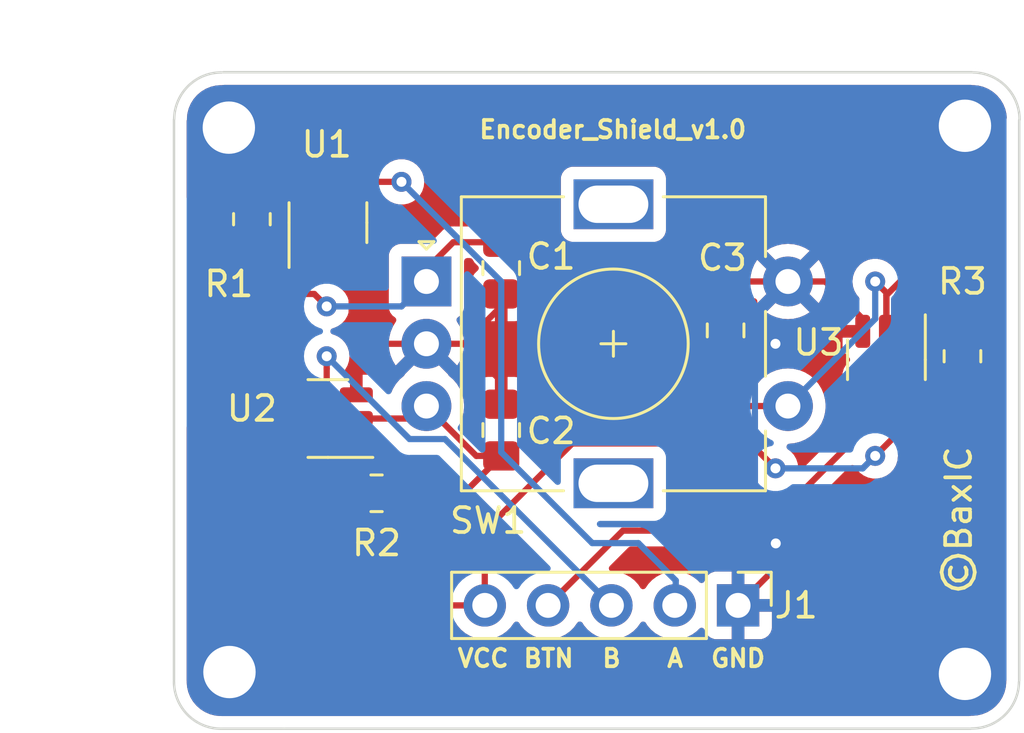
<source format=kicad_pcb>
(kicad_pcb (version 20211014) (generator pcbnew)
  (layers (0 "F.Cu" signal) (31 "B.Cu" signal) (34 "B.Paste" user) (35 "F.Paste" user) (36 "B.SilkS" user "B.Silkscreen") (37 "F.SilkS" user "F.Silkscreen") (38 "B.Mask" user) (39 "F.Mask" user) (44 "Edge.Cuts" user))
  (net 0 "")
  (net 1 "Net-(C1-Pad1)")
  (net 2 "GND")
  (net 3 "Net-(C2-Pad1)")
  (net 4 "Net-(C3-Pad1)")
  (net 5 "Net-(J1-Pad2)")
  (net 6 "Net-(J1-Pad3)")
  (net 7 "Net-(J1-Pad4)")
  (net 8 "VCC")
  (footprint "MountingHole:MountingHole_2.1mm" (layer "F.Cu") (at 156.725 90.25)
    (fp_text reference "REF**" hide)
    (fp_text value "MountingHole_2.1mm" hide)
    (pad "" np_thru_hole circle (at 0 0) (size 2.1 2.1) (drill 2.1) (layers *.Cu *.Mask))
  )
  (footprint "Resistor_SMD:R_0805_2012Metric_Pad1.20x1.40mm_HandSolder" (layer "F.Cu") (at 128.125 94 -90)
    (fp_text reference "R1" (at 2.6 0.925 180) (layer "F.SilkS"))
    (fp_text value "R_US" hide)
    (fp_line (start -0.227064 0.735) (end 0.227064 0.735) (layer "F.SilkS") (width 0.12))
    (fp_line (start -0.227064 -0.735) (end 0.227064 -0.735) (layer "F.SilkS") (width 0.12))
    (pad "1" smd roundrect (at -1 0 270) (size 1.2 1.4) (layers "F.Cu" "F.Paste" "F.Mask") (roundrect_rratio 0.208333) (net 8 "VCC"))
    (pad "2" smd roundrect (at 1 0 270) (size 1.2 1.4) (layers "F.Cu" "F.Paste" "F.Mask") (roundrect_rratio 0.208333) (net 1 "Net-(C1-Pad1)"))
  )
  (footprint "Capacitor_SMD:C_0805_2012Metric_Pad1.18x1.45mm_HandSolder" (layer "F.Cu") (at 147.125 98.4625 90)
    (fp_text reference "C3" (at 2.9125 -0.125 180) (layer "F.SilkS"))
    (fp_text value "C" hide)
    (fp_line (start -0.261252 0.735) (end 0.261252 0.735) (layer "F.SilkS") (width 0.12))
    (fp_line (start -0.261252 -0.735) (end 0.261252 -0.735) (layer "F.SilkS") (width 0.12))
    (pad "1" smd roundrect (at -1.0375 0 90) (size 1.175 1.45) (layers "F.Cu" "F.Paste" "F.Mask") (roundrect_rratio 0.212766) (net 4 "Net-(C3-Pad1)"))
    (pad "2" smd roundrect (at 1.0375 0 90) (size 1.175 1.45) (layers "F.Cu" "F.Paste" "F.Mask") (roundrect_rratio 0.212766) (net 2 "GND"))
  )
  (footprint "Resistor_SMD:R_0805_2012Metric_Pad1.20x1.40mm_HandSolder" (layer "F.Cu") (at 156.625 99.5 90)
    (fp_text reference "R3" (at 3 0) (layer "F.SilkS"))
    (fp_text value "R_US" hide)
    (fp_line (start -0.227064 0.735) (end 0.227064 0.735) (layer "F.SilkS") (width 0.12))
    (fp_line (start -0.227064 -0.735) (end 0.227064 -0.735) (layer "F.SilkS") (width 0.12))
    (pad "1" smd roundrect (at -1 0 90) (size 1.2 1.4) (layers "F.Cu" "F.Paste" "F.Mask") (roundrect_rratio 0.208333) (net 8 "VCC"))
    (pad "2" smd roundrect (at 1 0 90) (size 1.2 1.4) (layers "F.Cu" "F.Paste" "F.Mask") (roundrect_rratio 0.208333) (net 4 "Net-(C3-Pad1)"))
  )
  (footprint "Capacitor_SMD:C_0805_2012Metric_Pad1.18x1.45mm_HandSolder" (layer "F.Cu") (at 138.125 102.4625 90)
    (fp_text reference "C2" (at -0.0375 2 180) (layer "F.SilkS"))
    (fp_text value "C" hide)
    (fp_line (start -0.261252 -0.735) (end 0.261252 -0.735) (layer "F.SilkS") (width 0.12))
    (fp_line (start -0.261252 0.735) (end 0.261252 0.735) (layer "F.SilkS") (width 0.12))
    (pad "1" smd roundrect (at -1.0375 0 90) (size 1.175 1.45) (layers "F.Cu" "F.Paste" "F.Mask") (roundrect_rratio 0.212766) (net 3 "Net-(C2-Pad1)"))
    (pad "2" smd roundrect (at 1.0375 0 90) (size 1.175 1.45) (layers "F.Cu" "F.Paste" "F.Mask") (roundrect_rratio 0.212766) (net 2 "GND"))
  )
  (footprint "MountingHole:MountingHole_2.1mm" (layer "F.Cu") (at 127.225 112.175)
    (fp_text reference "REF**" hide)
    (fp_text value "MountingHole_2.1mm" hide)
    (pad "" np_thru_hole circle (at 0 0) (size 2.1 2.1) (drill 2.1) (layers *.Cu *.Mask))
  )
  (footprint "Capacitor_SMD:C_0805_2012Metric_Pad1.18x1.45mm_HandSolder" (layer "F.Cu") (at 138.125 95.9625 -90)
    (fp_text reference "C1" (at -0.4625 -2 180) (layer "F.SilkS"))
    (fp_text value "C" hide)
    (fp_line (start -0.261252 -0.735) (end 0.261252 -0.735) (layer "F.SilkS") (width 0.12))
    (fp_line (start -0.261252 0.735) (end 0.261252 0.735) (layer "F.SilkS") (width 0.12))
    (pad "1" smd roundrect (at -1.0375 0 270) (size 1.175 1.45) (layers "F.Cu" "F.Paste" "F.Mask") (roundrect_rratio 0.212766) (net 1 "Net-(C1-Pad1)"))
    (pad "2" smd roundrect (at 1.0375 0 270) (size 1.175 1.45) (layers "F.Cu" "F.Paste" "F.Mask") (roundrect_rratio 0.212766) (net 2 "GND"))
  )
  (footprint "Rotary_Encoder:RotaryEncoder_Alps_EC11E-Switch_Vertical_H20mm" (layer "F.Cu") (at 135.125 96.5)
    (fp_text reference "SW1" (at 2.475 9.6) (layer "F.SilkS"))
    (fp_text value "RotaryEncoder_Switch" hide)
    (fp_line (start 7.5 2) (end 7.5 3) (layer "F.SilkS") (width 0.12))
    (fp_line (start 0 -1.3) (end -0.3 -1.6) (layer "F.SilkS") (width 0.12))
    (fp_line (start 13.6 6) (end 13.6 8.4) (layer "F.SilkS") (width 0.12))
    (fp_line (start 0.3 -1.6) (end 0 -1.3) (layer "F.SilkS") (width 0.12))
    (fp_line (start 13.6 8.4) (end 9.5 8.4) (layer "F.SilkS") (width 0.12))
    (fp_line (start 9.5 -3.4) (end 13.6 -3.4) (layer "F.SilkS") (width 0.12))
    (fp_line (start 13.6 1.2) (end 13.6 3.8) (layer "F.SilkS") (width 0.12))
    (fp_line (start 5.5 -3.4) (end 1.4 -3.4) (layer "F.SilkS") (width 0.12))
    (fp_line (start 13.6 -3.4) (end 13.6 -1) (layer "F.SilkS") (width 0.12))
    (fp_line (start -0.3 -1.6) (end 0.3 -1.6) (layer "F.SilkS") (width 0.12))
    (fp_line (start 1.4 -3.4) (end 1.4 8.4) (layer "F.SilkS") (width 0.12))
    (fp_line (start 7 2.5) (end 8 2.5) (layer "F.SilkS") (width 0.12))
    (fp_line (start 5.5 8.4) (end 1.4 8.4) (layer "F.SilkS") (width 0.12))
    (fp_circle (center 7.5 2.5) (end 10.5 2.5) (layer "F.SilkS") (width 0.12) (fill none))
    (pad "A" thru_hole rect (at 0 0) (size 2 2) (drill 1) (layers *.Cu *.Mask) (net 1 "Net-(C1-Pad1)"))
    (pad "B" thru_hole circle (at 0 5) (size 2 2) (drill 1) (layers *.Cu *.Mask) (net 3 "Net-(C2-Pad1)"))
    (pad "C" thru_hole circle (at 0 2.5) (size 2 2) (drill 1) (layers *.Cu *.Mask) (net 2 "GND"))
    (pad "MP" thru_hole rect (at 7.5 8.1) (size 3.2 2) (drill oval 2.8 1.5) (layers *.Cu *.Mask))
    (pad "MP" thru_hole rect (at 7.5 -3.1) (size 3.2 2) (drill oval 2.8 1.5) (layers *.Cu *.Mask))
    (pad "S1" thru_hole circle (at 14.5 5) (size 2 2) (drill 1) (layers *.Cu *.Mask) (net 4 "Net-(C3-Pad1)"))
    (pad "S2" thru_hole circle (at 14.5 0) (size 2 2) (drill 1) (layers *.Cu *.Mask) (net 2 "GND"))
  )
  (footprint "Package_TO_SOT_SMD:SOT-23-5" (layer "F.Cu") (at 131.175 94.1375 90)
    (fp_text reference "U1" (at 3.1375 -0.05) (layer "F.SilkS"))
    (fp_text value "SN74LVC1G14DBV" hide)
    (fp_line (start 0 -1.56) (end 0.8 -1.56) (layer "F.SilkS") (width 0.12))
    (fp_line (start 0 1.56) (end -0.8 1.56) (layer "F.SilkS") (width 0.12))
    (fp_line (start 0 -1.56) (end -1.8 -1.56) (layer "F.SilkS") (width 0.12))
    (fp_line (start 0 1.56) (end 0.8 1.56) (layer "F.SilkS") (width 0.12))
    (pad "1" smd roundrect (at -1.1375 -0.95 90) (size 1.325 0.6) (layers "F.Cu" "F.Paste" "F.Mask"))
    (pad "2" smd roundrect (at -1.1375 0 90) (size 1.325 0.6) (layers "F.Cu" "F.Paste" "F.Mask") (net 1 "Net-(C1-Pad1)"))
    (pad "3" smd roundrect (at -1.1375 0.95 90) (size 1.325 0.6) (layers "F.Cu" "F.Paste" "F.Mask") (net 2 "GND"))
    (pad "4" smd roundrect (at 1.1375 0.95 90) (size 1.325 0.6) (layers "F.Cu" "F.Paste" "F.Mask") (net 5 "Net-(J1-Pad2)"))
    (pad "5" smd roundrect (at 1.1375 -0.95 90) (size 1.325 0.6) (layers "F.Cu" "F.Paste" "F.Mask") (net 8 "VCC"))
  )
  (footprint "Package_TO_SOT_SMD:SOT-23-5" (layer "F.Cu") (at 131.175 102 180)
    (fp_text reference "U2" (at 3.05 0.4 180) (layer "F.SilkS"))
    (fp_text value "SN74LVC1G14DBV" hide)
    (fp_line (start 0 -1.56) (end 0.8 -1.56) (layer "F.SilkS") (width 0.12))
    (fp_line (start 0 1.56) (end -0.8 1.56) (layer "F.SilkS") (width 0.12))
    (fp_line (start 0 -1.56) (end -1.8 -1.56) (layer "F.SilkS") (width 0.12))
    (fp_line (start 0 1.56) (end 0.8 1.56) (layer "F.SilkS") (width 0.12))
    (pad "1" smd roundrect (at -1.1375 -0.95 180) (size 1.325 0.6) (layers "F.Cu" "F.Paste" "F.Mask"))
    (pad "2" smd roundrect (at -1.1375 0 180) (size 1.325 0.6) (layers "F.Cu" "F.Paste" "F.Mask") (net 3 "Net-(C2-Pad1)"))
    (pad "3" smd roundrect (at -1.1375 0.95 180) (size 1.325 0.6) (layers "F.Cu" "F.Paste" "F.Mask") (net 2 "GND"))
    (pad "4" smd roundrect (at 1.1375 0.95 180) (size 1.325 0.6) (layers "F.Cu" "F.Paste" "F.Mask") (net 6 "Net-(J1-Pad3)"))
    (pad "5" smd roundrect (at 1.1375 -0.95 180) (size 1.325 0.6) (layers "F.Cu" "F.Paste" "F.Mask") (net 8 "VCC"))
  )
  (footprint "MountingHole:MountingHole_2.1mm" (layer "F.Cu") (at 127.2 90.325)
    (fp_text reference "REF**" hide)
    (fp_text value "MountingHole_2.1mm")
    (pad "" np_thru_hole circle (at 0 0) (size 2.1 2.1) (drill 2.1) (layers *.Cu *.Mask))
  )
  (footprint "Package_TO_SOT_SMD:SOT-23-5" (layer "F.Cu") (at 153.575 99.6375 -90)
    (fp_text reference "U3" (at -0.6875 2.725) (layer "F.SilkS"))
    (fp_text value "SN74LVC1G14DBV" hide)
    (fp_line (start 0 -1.56) (end 0.8 -1.56) (layer "F.SilkS") (width 0.12))
    (fp_line (start 0 1.56) (end -0.8 1.56) (layer "F.SilkS") (width 0.12))
    (fp_line (start 0 -1.56) (end -1.8 -1.56) (layer "F.SilkS") (width 0.12))
    (fp_line (start 0 1.56) (end 0.8 1.56) (layer "F.SilkS") (width 0.12))
    (pad "1" smd roundrect (at -1.1375 -0.95 270) (size 1.325 0.6) (layers "F.Cu" "F.Paste" "F.Mask"))
    (pad "2" smd roundrect (at -1.1375 0 270) (size 1.325 0.6) (layers "F.Cu" "F.Paste" "F.Mask") (net 4 "Net-(C3-Pad1)"))
    (pad "3" smd roundrect (at -1.1375 0.95 270) (size 1.325 0.6) (layers "F.Cu" "F.Paste" "F.Mask") (net 2 "GND"))
    (pad "4" smd roundrect (at 1.1375 0.95 270) (size 1.325 0.6) (layers "F.Cu" "F.Paste" "F.Mask") (net 7 "Net-(J1-Pad4)"))
    (pad "5" smd roundrect (at 1.1375 -0.95 270) (size 1.325 0.6) (layers "F.Cu" "F.Paste" "F.Mask") (net 8 "VCC"))
  )
  (footprint "MountingHole:MountingHole_2.1mm" (layer "F.Cu") (at 156.725 112.25 90)
    (fp_text reference "REF**" hide)
    (fp_text value "MountingHole_2.1mm" hide)
    (pad "" np_thru_hole circle (at 0 0 90) (size 2.1 2.1) (drill 2.1) (layers *.Cu *.Mask))
  )
  (footprint "Connector_PinHeader_2.54mm:PinHeader_1x05_P2.54mm_Vertical" (layer "F.Cu") (at 147.625 109.5 -90)
    (fp_text reference "J1" (at 0 -2.33 180) (layer "F.SilkS"))
    (fp_text value "Conn_01x05_Male" hide)
    (fp_line (start -1.33 -1.33) (end 0 -1.33) (layer "F.SilkS") (width 0.12))
    (fp_line (start -1.33 0) (end -1.33 -1.33) (layer "F.SilkS") (width 0.12))
    (fp_line (start -1.33 11.49) (end 1.33 11.49) (layer "F.SilkS") (width 0.12))
    (fp_line (start 1.33 1.27) (end 1.33 11.49) (layer "F.SilkS") (width 0.12))
    (fp_line (start -1.33 1.27) (end -1.33 11.49) (layer "F.SilkS") (width 0.12))
    (fp_line (start -1.33 1.27) (end 1.33 1.27) (layer "F.SilkS") (width 0.12))
    (pad "1" thru_hole rect (at 0 0 270) (size 1.7 1.7) (drill 1) (layers *.Cu *.Mask) (net 2 "GND"))
    (pad "2" thru_hole oval (at 0 2.54 270) (size 1.7 1.7) (drill 1) (layers *.Cu *.Mask) (net 5 "Net-(J1-Pad2)"))
    (pad "3" thru_hole oval (at 0 5.08 270) (size 1.7 1.7) (drill 1) (layers *.Cu *.Mask) (net 6 "Net-(J1-Pad3)"))
    (pad "4" thru_hole oval (at 0 7.62 270) (size 1.7 1.7) (drill 1) (layers *.Cu *.Mask) (net 7 "Net-(J1-Pad4)"))
    (pad "5" thru_hole oval (at 0 10.16 270) (size 1.7 1.7) (drill 1) (layers *.Cu *.Mask) (net 8 "VCC"))
  )
  (footprint "Resistor_SMD:R_0805_2012Metric_Pad1.20x1.40mm_HandSolder" (layer "F.Cu") (at 133.125 105)
    (fp_text reference "R2" (at 0 2) (layer "F.SilkS"))
    (fp_text value "R_US" hide)
    (fp_line (start -0.227064 0.735) (end 0.227064 0.735) (layer "F.SilkS") (width 0.12))
    (fp_line (start -0.227064 -0.735) (end 0.227064 -0.735) (layer "F.SilkS") (width 0.12))
    (pad "1" smd roundrect (at -1 0) (size 1.2 1.4) (layers "F.Cu" "F.Paste" "F.Mask") (roundrect_rratio 0.208333) (net 8 "VCC"))
    (pad "2" smd roundrect (at 1 0) (size 1.2 1.4) (layers "F.Cu" "F.Paste" "F.Mask") (roundrect_rratio 0.208333) (net 3 "Net-(C2-Pad1)"))
  )
  (gr_arc (start 126.863029 114.45) (mid 125.540515 113.883381) (end 125 112.55) (layer "Edge.Cuts") (width 0.1))
  (gr_arc (start 125.008381 89.972514) (mid 125.575 88.65) (end 126.908381 88.109485) (layer "Edge.Cuts") (width 0.1))
  (gr_line (start 129.5 88.1) (end 157 88.1) (layer "Edge.Cuts") (width 0.1))
  (gr_line (start 129.4 114.45) (end 126.9 114.45) (layer "Edge.Cuts") (width 0.1))
  (gr_line (start 158.9 90.025) (end 158.9 112.525) (layer "Edge.Cuts") (width 0.1))
  (gr_line (start 129.45 114.45) (end 156.95 114.45) (layer "Edge.Cuts") (width 0.1))
  (gr_arc (start 158.891619 112.577486) (mid 158.325 113.9) (end 156.991619 114.440515) (layer "Edge.Cuts") (width 0.1))
  (gr_arc (start 157.052486 88.108381) (mid 158.375 88.675) (end 158.915515 90.008381) (layer "Edge.Cuts") (width 0.1))
  (gr_line (start 125 90) (end 125 112.5) (layer "Edge.Cuts") (width 0.1))
  (gr_line (start 129.475 88.1) (end 126.975 88.1) (layer "Edge.Cuts") (width 0.1))
  (gr_text "©BaxIC" (at 156.475 106.075 90) (layer "F.SilkS") (effects (font (size 1 1))))
  (gr_text "Encoder_Shield_v1.0" (at 142.6 90.4) (layer "F.SilkS") (effects (font (size 0.7 0.7))))
  (gr_text "B" (at 142.55 111.625) (layer "F.SilkS") (effects (font (size 0.7 0.7))))
  (gr_text "VCC" (at 137.4 111.625) (layer "F.SilkS") (effects (font (size 0.7 0.7))))
  (gr_text "A" (at 145.1 111.625) (layer "F.SilkS") (effects (font (size 0.7 0.7))))
  (gr_text "GND" (at 147.625 111.625) (layer "F.SilkS") (effects (font (size 0.7 0.7))))
  (gr_text "BTN" (at 140.025 111.625) (layer "F.SilkS") (effects (font (size 0.7 0.7))))
  (segment (start 136.2 94.925) (end 135.125 96) (width 0.25) (layer "F.Cu") (net 1))
  (segment (start 131.175 95.95) (end 131.175 95.275) (width 0.25) (layer "F.Cu") (net 1))
  (segment (start 138.125 94.925) (end 136.2 94.925) (width 0.25) (layer "F.Cu") (net 1))
  (segment (start 128.625 97) (end 130.125 97) (width 0.25) (layer "F.Cu") (net 1))
  (segment (start 130.125 97) (end 130.625 97) (width 0.25) (layer "F.Cu") (net 1))
  (segment (start 130.625 97) (end 131.125 97.5) (width 0.25) (layer "F.Cu") (net 1))
  (segment (start 128.125 95) (end 128.125 96.5) (width 0.25) (layer "F.Cu") (net 1))
  (segment (start 130.125 97) (end 131.175 95.95) (width 0.25) (layer "F.Cu") (net 1))
  (segment (start 135.125 96) (end 135.125 96.5) (width 0.25) (layer "F.Cu") (net 1))
  (segment (start 128.125 96.5) (end 128.625 97) (width 0.25) (layer "F.Cu") (net 1))
  (via (at 131.125 97.5) (size 0.8) (drill 0.4) (layers "F.Cu" "B.Cu") (net 1))
  (segment (start 131.125 97.5) (end 134.125 97.5) (width 0.25) (layer "B.Cu") (net 1))
  (segment (start 134.125 97.5) (end 135.125 96.5) (width 0.25) (layer "B.Cu") (net 1))
  (segment (start 151.125 96.5) (end 152.625 98) (width 0.25) (layer "F.Cu") (net 2))
  (segment (start 132.125 95.275) (end 132.125 98) (width 0.25) (layer "F.Cu") (net 2))
  (segment (start 147.125 97.425) (end 147.55 97.425) (width 0.25) (layer "F.Cu") (net 2))
  (segment (start 136.625 99) (end 135.125 99) (width 0.25) (layer "F.Cu") (net 2))
  (segment (start 147.125 97.425) (end 148.05 96.5) (width 0.25) (layer "F.Cu") (net 2))
  (segment (start 152.625 98) (end 152.625 98.5) (width 0.25) (layer "F.Cu") (net 2))
  (segment (start 147.55 97.425) (end 149.125 99) (width 0.25) (layer "F.Cu") (net 2))
  (segment (start 138.125 101.425) (end 138.125 100.5) (width 0.25) (layer "F.Cu") (net 2))
  (segment (start 132.125 98) (end 133.125 99) (width 0.25) (layer "F.Cu") (net 2))
  (segment (start 132.3125 101.05) (end 132.3125 99.8125) (width 0.25) (layer "F.Cu") (net 2))
  (segment (start 149.137299 107.012299) (end 149.137299 107.987701) (width 0.25) (layer "F.Cu") (net 2))
  (segment (start 148.05 96.5) (end 149.625 96.5) (width 0.25) (layer "F.Cu") (net 2))
  (segment (start 149.137299 107.987701) (end 147.625 109.5) (width 0.25) (layer "F.Cu") (net 2))
  (segment (start 149.625 96.5) (end 151.125 96.5) (width 0.25) (layer "F.Cu") (net 2))
  (segment (start 138.125 97.5) (end 136.625 99) (width 0.25) (layer "F.Cu") (net 2))
  (segment (start 132.3125 99.8125) (end 133.125 99) (width 0.25) (layer "F.Cu") (net 2))
  (segment (start 138.125 100.5) (end 136.625 99) (width 0.25) (layer "F.Cu") (net 2))
  (segment (start 133.125 99) (end 135.125 99) (width 0.25) (layer "F.Cu") (net 2))
  (segment (start 138.125 97) (end 138.125 97.5) (width 0.25) (layer "F.Cu") (net 2))
  (via (at 149.125 99) (size 0.8) (drill 0.4) (layers "F.Cu" "B.Cu") (net 2))
  (via (at 149.137299 107.012299) (size 0.8) (drill 0.4) (layers "F.Cu" "B.Cu") (net 2))
  (segment (start 149.125 107) (end 149.137299 107.012299) (width 0.25) (layer "B.Cu") (net 2))
  (segment (start 148.3 99.825) (end 148.3 106.675) (width 0.25) (layer "B.Cu") (net 2))
  (segment (start 148.3 106.675) (end 148.625 107) (width 0.25) (layer "B.Cu") (net 2))
  (segment (start 149.125 99) (end 148.3 99.825) (width 0.25) (layer "B.Cu") (net 2))
  (segment (start 148.625 107) (end 149.125 107) (width 0.25) (layer "B.Cu") (net 2))
  (segment (start 136.625 105) (end 138.125 103.5) (width 0.25) (layer "F.Cu") (net 3))
  (segment (start 132.3125 102) (end 134.625 102) (width 0.25) (layer "F.Cu") (net 3))
  (segment (start 137.125 103.5) (end 138.125 103.5) (width 0.25) (layer "F.Cu") (net 3))
  (segment (start 134.125 105) (end 136.625 105) (width 0.25) (layer "F.Cu") (net 3))
  (segment (start 134.625 102) (end 135.125 101.5) (width 0.25) (layer "F.Cu") (net 3))
  (segment (start 135.125 101.5) (end 137.125 103.5) (width 0.25) (layer "F.Cu") (net 3))
  (segment (start 155.625 96.5) (end 154.125 96.5) (width 0.25) (layer "F.Cu") (net 4))
  (segment (start 154.125 96.5) (end 153.575 97.05) (width 0.25) (layer "F.Cu") (net 4))
  (segment (start 156.625 97.5) (end 155.625 96.5) (width 0.25) (layer "F.Cu") (net 4))
  (segment (start 147.125 101) (end 147.125 99.5) (width 0.25) (layer "F.Cu") (net 4))
  (segment (start 156.625 98.5) (end 156.625 97.5) (width 0.25) (layer "F.Cu") (net 4))
  (segment (start 153.575 97.05) (end 153.575 98.5) (width 0.25) (layer "F.Cu") (net 4))
  (segment (start 149.625 101.5) (end 147.625 101.5) (width 0.25) (layer "F.Cu") (net 4))
  (segment (start 147.625 101.5) (end 147.125 101) (width 0.25) (layer "F.Cu") (net 4))
  (segment (start 153.575 96.95) (end 153.125 96.5) (width 0.25) (layer "F.Cu") (net 4))
  (segment (start 153.575 98.5) (end 153.575 96.95) (width 0.25) (layer "F.Cu") (net 4))
  (via (at 153.125 96.5) (size 0.8) (drill 0.4) (layers "F.Cu" "B.Cu") (net 4))
  (segment (start 153.125 98) (end 149.625 101.5) (width 0.25) (layer "B.Cu") (net 4))
  (segment (start 153.125 96.5) (end 153.125 98) (width 0.25) (layer "B.Cu") (net 4))
  (segment (start 132.125 93) (end 132.625 92.5) (width 0.25) (layer "F.Cu") (net 5))
  (segment (start 132.625 92.5) (end 134.125 92.5) (width 0.25) (layer "F.Cu") (net 5))
  (via (at 134.125 92.5) (size 0.8) (drill 0.4) (layers "F.Cu" "B.Cu") (net 5))
  (segment (start 141.775 107) (end 143.625 107) (width 0.25) (layer "B.Cu") (net 5))
  (segment (start 138.125 103.35) (end 141.775 107) (width 0.25) (layer "B.Cu") (net 5))
  (segment (start 143.625 107) (end 145.125 108.5) (width 0.25) (layer "B.Cu") (net 5))
  (segment (start 145.125 108.5) (end 145.125 109.46) (width 0.25) (layer "B.Cu") (net 5))
  (segment (start 145.125 109.46) (end 145.085 109.5) (width 0.25) (layer "B.Cu") (net 5))
  (segment (start 138.125 96.5) (end 138.125 103.35) (width 0.25) (layer "B.Cu") (net 5))
  (segment (start 134.125 92.5) (end 138.125 96.5) (width 0.25) (layer "B.Cu") (net 5))
  (segment (start 131.125 100) (end 131.125 99.5) (width 0.25) (layer "F.Cu") (net 6))
  (segment (start 130.0375 101.05) (end 130.575 101.05) (width 0.25) (layer "F.Cu") (net 6))
  (segment (start 131.125 100.5) (end 131.125 100) (width 0.25) (layer "F.Cu") (net 6))
  (segment (start 130.575 101.05) (end 131.125 100.5) (width 0.25) (layer "F.Cu") (net 6))
  (via (at 131.125 99.5) (size 0.8) (drill 0.4) (layers "F.Cu" "B.Cu") (net 6))
  (segment (start 131.125 99.5) (end 134.45 102.825) (width 0.25) (layer "B.Cu") (net 6))
  (segment (start 134.45 102.825) (end 135.87 102.825) (width 0.25) (layer "B.Cu") (net 6))
  (segment (start 135.87 102.825) (end 142.545 109.5) (width 0.25) (layer "B.Cu") (net 6))
  (segment (start 152.625 102.5) (end 152.625 100.775) (width 0.25) (layer "F.Cu") (net 7))
  (segment (start 143.005 106.5) (end 148.625 106.5) (width 0.25) (layer "F.Cu") (net 7))
  (segment (start 140.005 109.5) (end 143.005 106.5) (width 0.25) (layer "F.Cu") (net 7))
  (segment (start 148.625 106.5) (end 152.625 102.5) (width 0.25) (layer "F.Cu") (net 7))
  (segment (start 140.975 103) (end 148.125 103) (width 0.25) (layer "F.Cu") (net 8))
  (segment (start 126.15 101.8) (end 127.3 102.95) (width 0.25) (layer "F.Cu") (net 8))
  (segment (start 148.125 103) (end 149.125 104) (width 0.25) (layer "F.Cu") (net 8))
  (segment (start 132.125 105) (end 132.125 108) (width 0.25) (layer "F.Cu") (net 8))
  (segment (start 132.125 108) (end 133.625 109.5) (width 0.25) (layer "F.Cu") (net 8))
  (segment (start 126.15 93.675) (end 126.15 101.8) (width 0.25) (layer "F.Cu") (net 8))
  (segment (start 156.625 100.5) (end 154.8 100.5) (width 0.25) (layer "F.Cu") (net 8))
  (segment (start 130.625 105) (end 132.125 105) (width 0.25) (layer "F.Cu") (net 8))
  (segment (start 154.525 102.1) (end 154.525 100.775) (width 0.25) (layer "F.Cu") (net 8))
  (segment (start 126.825 93) (end 126.15 93.675) (width 0.25) (layer "F.Cu") (net 8))
  (segment (start 130.225 93) (end 128.125 93) (width 0.25) (layer "F.Cu") (net 8))
  (segment (start 133.625 109.5) (end 137.465 109.5) (width 0.25) (layer "F.Cu") (net 8))
  (segment (start 153.125 103.5) (end 154.525 102.1) (width 0.25) (layer "F.Cu") (net 8))
  (segment (start 130.0375 104.4125) (end 130.625 105) (width 0.25) (layer "F.Cu") (net 8))
  (segment (start 128.125 93) (end 126.825 93) (width 0.25) (layer "F.Cu") (net 8))
  (segment (start 127.3 102.95) (end 130.0375 102.95) (width 0.25) (layer "F.Cu") (net 8))
  (segment (start 137.465 109.5) (end 137.465 106.51) (width 0.25) (layer "F.Cu") (net 8))
  (segment (start 137.465 106.51) (end 140.975 103) (width 0.25) (layer "F.Cu") (net 8))
  (segment (start 154.8 100.5) (end 154.525 100.775) (width 0.25) (layer "F.Cu") (net 8))
  (segment (start 130.0375 102.95) (end 130.0375 104.4125) (width 0.25) (layer "F.Cu") (net 8))
  (via (at 153.125 103.5) (size 0.8) (drill 0.4) (layers "F.Cu" "B.Cu") (net 8))
  (via (at 149.125 104) (size 0.8) (drill 0.4) (layers "F.Cu" "B.Cu") (net 8))
  (segment (start 149.125 104) (end 152.625 104) (width 0.25) (layer "B.Cu") (net 8))
  (segment (start 152.625 104) (end 153.125 103.5) (width 0.25) (layer "B.Cu") (net 8))
  (zone (net 2) (net_name "GND") (layer "F.Cu") (connect_pads (clearance 0.508)) (min_thickness 0.254) (fill yes (thermal_gap 0.508) (thermal_bridge_width 0.508))
    (polygon (pts (xy 158.85 114.6) (xy 125.025 114.5) (xy 125.025 114.375) (xy 124.975 88.05) (xy 159 87.975)))
  )
  (zone (net 2) (net_name "GND") (layer "B.Cu") (connect_pads (clearance 0.508)) (min_thickness 0.254) (fill yes (thermal_gap 0.508) (thermal_bridge_width 0.508))
    (polygon (pts (xy 158.85 114.6) (xy 125.025 114.5) (xy 124.975 88.05) (xy 159 87.95)))
  )
)
</source>
